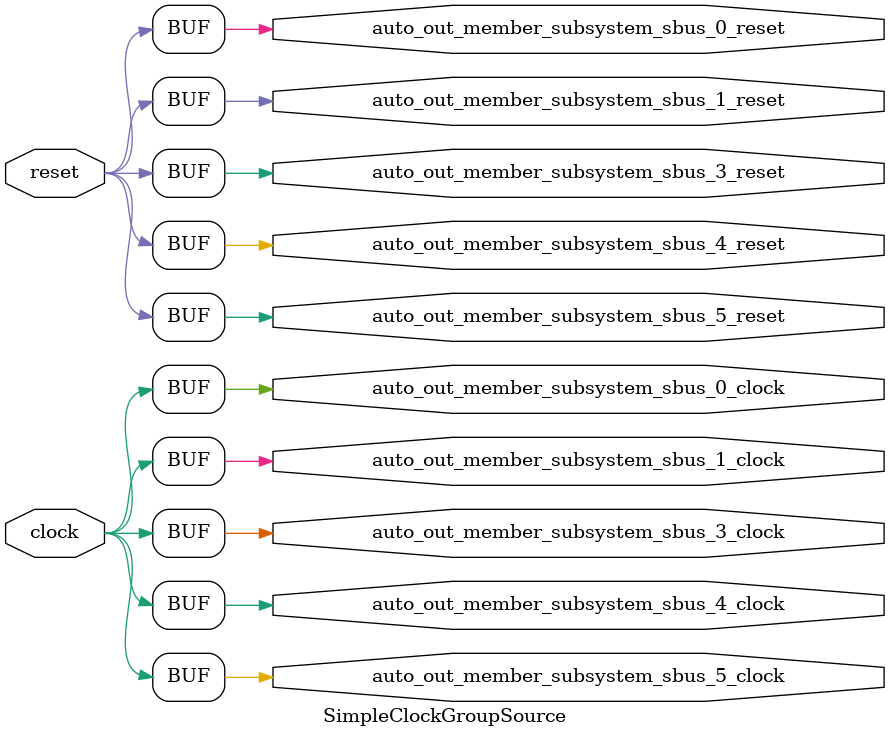
<source format=v>
module SimpleClockGroupSource(
  input   clock,
  input   reset,
  output  auto_out_member_subsystem_sbus_5_clock,
  output  auto_out_member_subsystem_sbus_5_reset,
  output  auto_out_member_subsystem_sbus_4_clock,
  output  auto_out_member_subsystem_sbus_4_reset,
  output  auto_out_member_subsystem_sbus_3_clock,
  output  auto_out_member_subsystem_sbus_3_reset,
  output  auto_out_member_subsystem_sbus_1_clock,
  output  auto_out_member_subsystem_sbus_1_reset,
  output  auto_out_member_subsystem_sbus_0_clock,
  output  auto_out_member_subsystem_sbus_0_reset
);
  assign auto_out_member_subsystem_sbus_5_clock = clock; // @[Nodes.scala 1213:84 ClockGroup.scala 74:17]
  assign auto_out_member_subsystem_sbus_5_reset = reset; // @[Nodes.scala 1213:84 ClockGroup.scala 74:35]
  assign auto_out_member_subsystem_sbus_4_clock = clock; // @[Nodes.scala 1213:84 ClockGroup.scala 74:17]
  assign auto_out_member_subsystem_sbus_4_reset = reset; // @[Nodes.scala 1213:84 ClockGroup.scala 74:35]
  assign auto_out_member_subsystem_sbus_3_clock = clock; // @[Nodes.scala 1213:84 ClockGroup.scala 74:17]
  assign auto_out_member_subsystem_sbus_3_reset = reset; // @[Nodes.scala 1213:84 ClockGroup.scala 74:35]
  assign auto_out_member_subsystem_sbus_1_clock = clock; // @[Nodes.scala 1213:84 ClockGroup.scala 74:17]
  assign auto_out_member_subsystem_sbus_1_reset = reset; // @[Nodes.scala 1213:84 ClockGroup.scala 74:35]
  assign auto_out_member_subsystem_sbus_0_clock = clock; // @[Nodes.scala 1213:84 ClockGroup.scala 74:17]
  assign auto_out_member_subsystem_sbus_0_reset = reset; // @[Nodes.scala 1213:84 ClockGroup.scala 74:35]
endmodule

</source>
